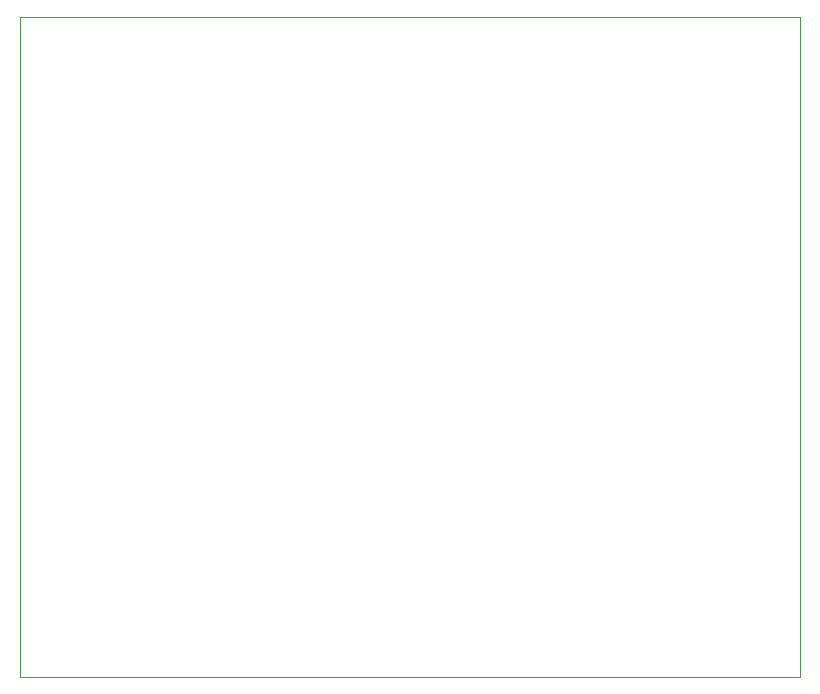
<source format=gm1>
G04 #@! TF.GenerationSoftware,KiCad,Pcbnew,7.0.10*
G04 #@! TF.CreationDate,2024-03-26T17:49:21-05:00*
G04 #@! TF.ProjectId,key,6b65792e-6b69-4636-9164-5f7063625858,rev?*
G04 #@! TF.SameCoordinates,Original*
G04 #@! TF.FileFunction,Profile,NP*
%FSLAX46Y46*%
G04 Gerber Fmt 4.6, Leading zero omitted, Abs format (unit mm)*
G04 Created by KiCad (PCBNEW 7.0.10) date 2024-03-26 17:49:21*
%MOMM*%
%LPD*%
G01*
G04 APERTURE LIST*
G04 #@! TA.AperFunction,Profile*
%ADD10C,0.100000*%
G04 #@! TD*
G04 APERTURE END LIST*
D10*
X96520000Y-40640000D02*
X162560000Y-40640000D01*
X162560000Y-96520000D01*
X96520000Y-96520000D01*
X96520000Y-40640000D01*
M02*

</source>
